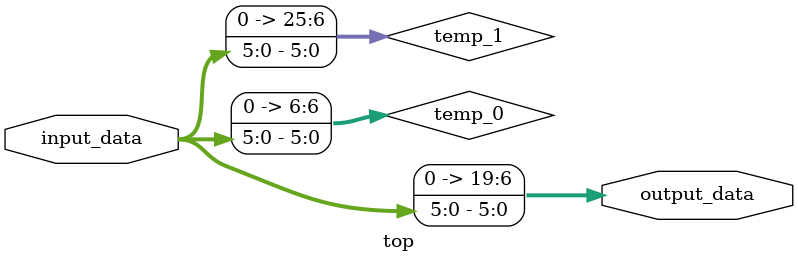
<source format=sv>
module top (
    input [5:0] input_data,
    output [19:0] output_data
);

    logic [6:0] temp_0;
    logic [25:0] temp_1;
    logic [30:0] temp_2;
    logic [9:0] temp_3;
    logic [5:0] temp_4;
    logic [4:0] temp_5;
    logic [1:0] temp_6;
    logic [25:0] temp_7;
    logic [18:0] temp_8;

    assign temp_0 = input_data;
    assign temp_1 = input_data;
    assign temp_2 = (((((input_data - temp_0) + input_data) & temp_1) + temp_1) * temp_0);
    assign temp_3 = ($signed(((temp_0 & (~temp_0)) | input_data)) * input_data);
    assign temp_4 = $unsigned((($signed(temp_1) | (~temp_3)) * temp_1));
    assign temp_5 = ((($signed(temp_0) ^ input_data[5:1]) | temp_1) * temp_4);
    assign temp_6 = ((($unsigned(input_data[3:2]) ^ temp_5) * input_data[1:0]) ^ temp_0);
    assign temp_7 = (($signed((((((temp_1 - temp_2) | temp_1) & temp_3) * temp_1) * temp_6)) * temp_6) * temp_3);
    assign temp_8 = ($unsigned(((((((temp_2 & (~temp_4)) * (~temp_1)) - temp_4) ^ temp_5) | temp_7) * temp_1)) * temp_5);

    assign output_data = temp_1;

endmodule
</source>
